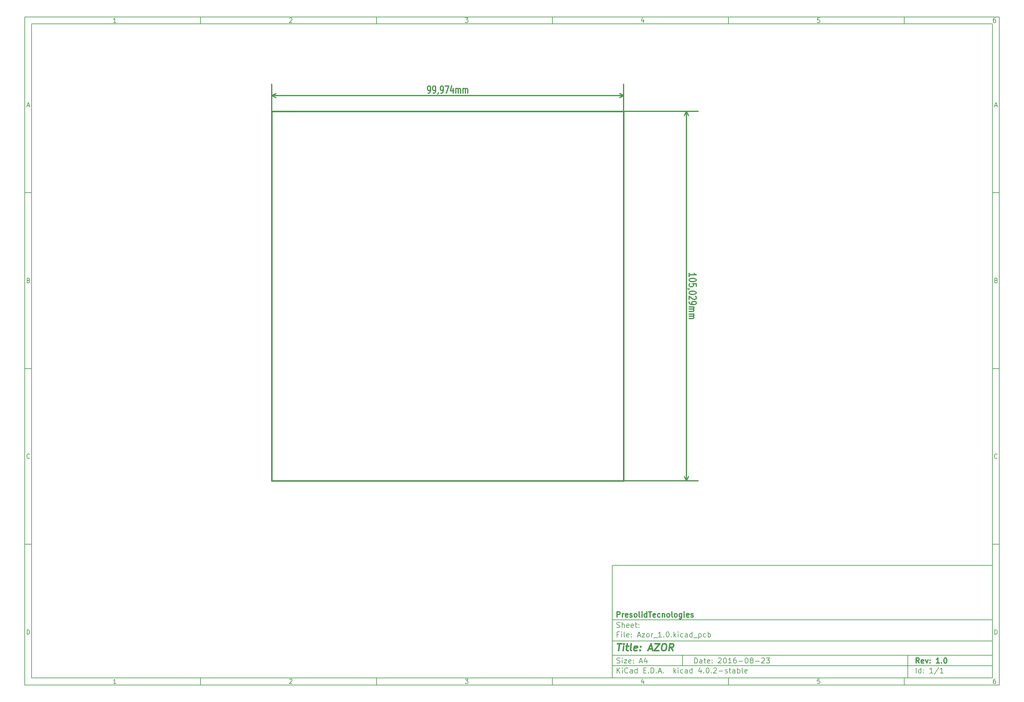
<source format=gbr>
G04 #@! TF.FileFunction,Profile,NP*
%FSLAX46Y46*%
G04 Gerber Fmt 4.6, Leading zero omitted, Abs format (unit mm)*
G04 Created by KiCad (PCBNEW 4.0.2-stable) date 05/09/2016 12:27:47*
%MOMM*%
G01*
G04 APERTURE LIST*
%ADD10C,0.150000*%
%ADD11C,0.300000*%
%ADD12C,0.400000*%
%ADD13C,0.304800*%
%ADD14C,0.381000*%
G04 APERTURE END LIST*
D10*
X177002200Y-166007200D02*
X177002200Y-198007200D01*
X285002200Y-198007200D01*
X285002200Y-166007200D01*
X177002200Y-166007200D01*
X10000000Y-10000000D02*
X10000000Y-200007200D01*
X287002200Y-200007200D01*
X287002200Y-10000000D01*
X10000000Y-10000000D01*
X12000000Y-12000000D02*
X12000000Y-198007200D01*
X285002200Y-198007200D01*
X285002200Y-12000000D01*
X12000000Y-12000000D01*
X60000000Y-12000000D02*
X60000000Y-10000000D01*
X110000000Y-12000000D02*
X110000000Y-10000000D01*
X160000000Y-12000000D02*
X160000000Y-10000000D01*
X210000000Y-12000000D02*
X210000000Y-10000000D01*
X260000000Y-12000000D02*
X260000000Y-10000000D01*
X35990476Y-11588095D02*
X35247619Y-11588095D01*
X35619048Y-11588095D02*
X35619048Y-10288095D01*
X35495238Y-10473810D01*
X35371429Y-10597619D01*
X35247619Y-10659524D01*
X85247619Y-10411905D02*
X85309524Y-10350000D01*
X85433333Y-10288095D01*
X85742857Y-10288095D01*
X85866667Y-10350000D01*
X85928571Y-10411905D01*
X85990476Y-10535714D01*
X85990476Y-10659524D01*
X85928571Y-10845238D01*
X85185714Y-11588095D01*
X85990476Y-11588095D01*
X135185714Y-10288095D02*
X135990476Y-10288095D01*
X135557143Y-10783333D01*
X135742857Y-10783333D01*
X135866667Y-10845238D01*
X135928571Y-10907143D01*
X135990476Y-11030952D01*
X135990476Y-11340476D01*
X135928571Y-11464286D01*
X135866667Y-11526190D01*
X135742857Y-11588095D01*
X135371429Y-11588095D01*
X135247619Y-11526190D01*
X135185714Y-11464286D01*
X185866667Y-10721429D02*
X185866667Y-11588095D01*
X185557143Y-10226190D02*
X185247619Y-11154762D01*
X186052381Y-11154762D01*
X235928571Y-10288095D02*
X235309524Y-10288095D01*
X235247619Y-10907143D01*
X235309524Y-10845238D01*
X235433333Y-10783333D01*
X235742857Y-10783333D01*
X235866667Y-10845238D01*
X235928571Y-10907143D01*
X235990476Y-11030952D01*
X235990476Y-11340476D01*
X235928571Y-11464286D01*
X235866667Y-11526190D01*
X235742857Y-11588095D01*
X235433333Y-11588095D01*
X235309524Y-11526190D01*
X235247619Y-11464286D01*
X285866667Y-10288095D02*
X285619048Y-10288095D01*
X285495238Y-10350000D01*
X285433333Y-10411905D01*
X285309524Y-10597619D01*
X285247619Y-10845238D01*
X285247619Y-11340476D01*
X285309524Y-11464286D01*
X285371429Y-11526190D01*
X285495238Y-11588095D01*
X285742857Y-11588095D01*
X285866667Y-11526190D01*
X285928571Y-11464286D01*
X285990476Y-11340476D01*
X285990476Y-11030952D01*
X285928571Y-10907143D01*
X285866667Y-10845238D01*
X285742857Y-10783333D01*
X285495238Y-10783333D01*
X285371429Y-10845238D01*
X285309524Y-10907143D01*
X285247619Y-11030952D01*
X60000000Y-198007200D02*
X60000000Y-200007200D01*
X110000000Y-198007200D02*
X110000000Y-200007200D01*
X160000000Y-198007200D02*
X160000000Y-200007200D01*
X210000000Y-198007200D02*
X210000000Y-200007200D01*
X260000000Y-198007200D02*
X260000000Y-200007200D01*
X35990476Y-199595295D02*
X35247619Y-199595295D01*
X35619048Y-199595295D02*
X35619048Y-198295295D01*
X35495238Y-198481010D01*
X35371429Y-198604819D01*
X35247619Y-198666724D01*
X85247619Y-198419105D02*
X85309524Y-198357200D01*
X85433333Y-198295295D01*
X85742857Y-198295295D01*
X85866667Y-198357200D01*
X85928571Y-198419105D01*
X85990476Y-198542914D01*
X85990476Y-198666724D01*
X85928571Y-198852438D01*
X85185714Y-199595295D01*
X85990476Y-199595295D01*
X135185714Y-198295295D02*
X135990476Y-198295295D01*
X135557143Y-198790533D01*
X135742857Y-198790533D01*
X135866667Y-198852438D01*
X135928571Y-198914343D01*
X135990476Y-199038152D01*
X135990476Y-199347676D01*
X135928571Y-199471486D01*
X135866667Y-199533390D01*
X135742857Y-199595295D01*
X135371429Y-199595295D01*
X135247619Y-199533390D01*
X135185714Y-199471486D01*
X185866667Y-198728629D02*
X185866667Y-199595295D01*
X185557143Y-198233390D02*
X185247619Y-199161962D01*
X186052381Y-199161962D01*
X235928571Y-198295295D02*
X235309524Y-198295295D01*
X235247619Y-198914343D01*
X235309524Y-198852438D01*
X235433333Y-198790533D01*
X235742857Y-198790533D01*
X235866667Y-198852438D01*
X235928571Y-198914343D01*
X235990476Y-199038152D01*
X235990476Y-199347676D01*
X235928571Y-199471486D01*
X235866667Y-199533390D01*
X235742857Y-199595295D01*
X235433333Y-199595295D01*
X235309524Y-199533390D01*
X235247619Y-199471486D01*
X285866667Y-198295295D02*
X285619048Y-198295295D01*
X285495238Y-198357200D01*
X285433333Y-198419105D01*
X285309524Y-198604819D01*
X285247619Y-198852438D01*
X285247619Y-199347676D01*
X285309524Y-199471486D01*
X285371429Y-199533390D01*
X285495238Y-199595295D01*
X285742857Y-199595295D01*
X285866667Y-199533390D01*
X285928571Y-199471486D01*
X285990476Y-199347676D01*
X285990476Y-199038152D01*
X285928571Y-198914343D01*
X285866667Y-198852438D01*
X285742857Y-198790533D01*
X285495238Y-198790533D01*
X285371429Y-198852438D01*
X285309524Y-198914343D01*
X285247619Y-199038152D01*
X10000000Y-60000000D02*
X12000000Y-60000000D01*
X10000000Y-110000000D02*
X12000000Y-110000000D01*
X10000000Y-160000000D02*
X12000000Y-160000000D01*
X10690476Y-35216667D02*
X11309524Y-35216667D01*
X10566667Y-35588095D02*
X11000000Y-34288095D01*
X11433333Y-35588095D01*
X11092857Y-84907143D02*
X11278571Y-84969048D01*
X11340476Y-85030952D01*
X11402381Y-85154762D01*
X11402381Y-85340476D01*
X11340476Y-85464286D01*
X11278571Y-85526190D01*
X11154762Y-85588095D01*
X10659524Y-85588095D01*
X10659524Y-84288095D01*
X11092857Y-84288095D01*
X11216667Y-84350000D01*
X11278571Y-84411905D01*
X11340476Y-84535714D01*
X11340476Y-84659524D01*
X11278571Y-84783333D01*
X11216667Y-84845238D01*
X11092857Y-84907143D01*
X10659524Y-84907143D01*
X11402381Y-135464286D02*
X11340476Y-135526190D01*
X11154762Y-135588095D01*
X11030952Y-135588095D01*
X10845238Y-135526190D01*
X10721429Y-135402381D01*
X10659524Y-135278571D01*
X10597619Y-135030952D01*
X10597619Y-134845238D01*
X10659524Y-134597619D01*
X10721429Y-134473810D01*
X10845238Y-134350000D01*
X11030952Y-134288095D01*
X11154762Y-134288095D01*
X11340476Y-134350000D01*
X11402381Y-134411905D01*
X10659524Y-185588095D02*
X10659524Y-184288095D01*
X10969048Y-184288095D01*
X11154762Y-184350000D01*
X11278571Y-184473810D01*
X11340476Y-184597619D01*
X11402381Y-184845238D01*
X11402381Y-185030952D01*
X11340476Y-185278571D01*
X11278571Y-185402381D01*
X11154762Y-185526190D01*
X10969048Y-185588095D01*
X10659524Y-185588095D01*
X287002200Y-60000000D02*
X285002200Y-60000000D01*
X287002200Y-110000000D02*
X285002200Y-110000000D01*
X287002200Y-160000000D02*
X285002200Y-160000000D01*
X285692676Y-35216667D02*
X286311724Y-35216667D01*
X285568867Y-35588095D02*
X286002200Y-34288095D01*
X286435533Y-35588095D01*
X286095057Y-84907143D02*
X286280771Y-84969048D01*
X286342676Y-85030952D01*
X286404581Y-85154762D01*
X286404581Y-85340476D01*
X286342676Y-85464286D01*
X286280771Y-85526190D01*
X286156962Y-85588095D01*
X285661724Y-85588095D01*
X285661724Y-84288095D01*
X286095057Y-84288095D01*
X286218867Y-84350000D01*
X286280771Y-84411905D01*
X286342676Y-84535714D01*
X286342676Y-84659524D01*
X286280771Y-84783333D01*
X286218867Y-84845238D01*
X286095057Y-84907143D01*
X285661724Y-84907143D01*
X286404581Y-135464286D02*
X286342676Y-135526190D01*
X286156962Y-135588095D01*
X286033152Y-135588095D01*
X285847438Y-135526190D01*
X285723629Y-135402381D01*
X285661724Y-135278571D01*
X285599819Y-135030952D01*
X285599819Y-134845238D01*
X285661724Y-134597619D01*
X285723629Y-134473810D01*
X285847438Y-134350000D01*
X286033152Y-134288095D01*
X286156962Y-134288095D01*
X286342676Y-134350000D01*
X286404581Y-134411905D01*
X285661724Y-185588095D02*
X285661724Y-184288095D01*
X285971248Y-184288095D01*
X286156962Y-184350000D01*
X286280771Y-184473810D01*
X286342676Y-184597619D01*
X286404581Y-184845238D01*
X286404581Y-185030952D01*
X286342676Y-185278571D01*
X286280771Y-185402381D01*
X286156962Y-185526190D01*
X285971248Y-185588095D01*
X285661724Y-185588095D01*
X200359343Y-193785771D02*
X200359343Y-192285771D01*
X200716486Y-192285771D01*
X200930771Y-192357200D01*
X201073629Y-192500057D01*
X201145057Y-192642914D01*
X201216486Y-192928629D01*
X201216486Y-193142914D01*
X201145057Y-193428629D01*
X201073629Y-193571486D01*
X200930771Y-193714343D01*
X200716486Y-193785771D01*
X200359343Y-193785771D01*
X202502200Y-193785771D02*
X202502200Y-193000057D01*
X202430771Y-192857200D01*
X202287914Y-192785771D01*
X202002200Y-192785771D01*
X201859343Y-192857200D01*
X202502200Y-193714343D02*
X202359343Y-193785771D01*
X202002200Y-193785771D01*
X201859343Y-193714343D01*
X201787914Y-193571486D01*
X201787914Y-193428629D01*
X201859343Y-193285771D01*
X202002200Y-193214343D01*
X202359343Y-193214343D01*
X202502200Y-193142914D01*
X203002200Y-192785771D02*
X203573629Y-192785771D01*
X203216486Y-192285771D02*
X203216486Y-193571486D01*
X203287914Y-193714343D01*
X203430772Y-193785771D01*
X203573629Y-193785771D01*
X204645057Y-193714343D02*
X204502200Y-193785771D01*
X204216486Y-193785771D01*
X204073629Y-193714343D01*
X204002200Y-193571486D01*
X204002200Y-193000057D01*
X204073629Y-192857200D01*
X204216486Y-192785771D01*
X204502200Y-192785771D01*
X204645057Y-192857200D01*
X204716486Y-193000057D01*
X204716486Y-193142914D01*
X204002200Y-193285771D01*
X205359343Y-193642914D02*
X205430771Y-193714343D01*
X205359343Y-193785771D01*
X205287914Y-193714343D01*
X205359343Y-193642914D01*
X205359343Y-193785771D01*
X205359343Y-192857200D02*
X205430771Y-192928629D01*
X205359343Y-193000057D01*
X205287914Y-192928629D01*
X205359343Y-192857200D01*
X205359343Y-193000057D01*
X207145057Y-192428629D02*
X207216486Y-192357200D01*
X207359343Y-192285771D01*
X207716486Y-192285771D01*
X207859343Y-192357200D01*
X207930772Y-192428629D01*
X208002200Y-192571486D01*
X208002200Y-192714343D01*
X207930772Y-192928629D01*
X207073629Y-193785771D01*
X208002200Y-193785771D01*
X208930771Y-192285771D02*
X209073628Y-192285771D01*
X209216485Y-192357200D01*
X209287914Y-192428629D01*
X209359343Y-192571486D01*
X209430771Y-192857200D01*
X209430771Y-193214343D01*
X209359343Y-193500057D01*
X209287914Y-193642914D01*
X209216485Y-193714343D01*
X209073628Y-193785771D01*
X208930771Y-193785771D01*
X208787914Y-193714343D01*
X208716485Y-193642914D01*
X208645057Y-193500057D01*
X208573628Y-193214343D01*
X208573628Y-192857200D01*
X208645057Y-192571486D01*
X208716485Y-192428629D01*
X208787914Y-192357200D01*
X208930771Y-192285771D01*
X210859342Y-193785771D02*
X210002199Y-193785771D01*
X210430771Y-193785771D02*
X210430771Y-192285771D01*
X210287914Y-192500057D01*
X210145056Y-192642914D01*
X210002199Y-192714343D01*
X212145056Y-192285771D02*
X211859342Y-192285771D01*
X211716485Y-192357200D01*
X211645056Y-192428629D01*
X211502199Y-192642914D01*
X211430770Y-192928629D01*
X211430770Y-193500057D01*
X211502199Y-193642914D01*
X211573627Y-193714343D01*
X211716485Y-193785771D01*
X212002199Y-193785771D01*
X212145056Y-193714343D01*
X212216485Y-193642914D01*
X212287913Y-193500057D01*
X212287913Y-193142914D01*
X212216485Y-193000057D01*
X212145056Y-192928629D01*
X212002199Y-192857200D01*
X211716485Y-192857200D01*
X211573627Y-192928629D01*
X211502199Y-193000057D01*
X211430770Y-193142914D01*
X212930770Y-193214343D02*
X214073627Y-193214343D01*
X215073627Y-192285771D02*
X215216484Y-192285771D01*
X215359341Y-192357200D01*
X215430770Y-192428629D01*
X215502199Y-192571486D01*
X215573627Y-192857200D01*
X215573627Y-193214343D01*
X215502199Y-193500057D01*
X215430770Y-193642914D01*
X215359341Y-193714343D01*
X215216484Y-193785771D01*
X215073627Y-193785771D01*
X214930770Y-193714343D01*
X214859341Y-193642914D01*
X214787913Y-193500057D01*
X214716484Y-193214343D01*
X214716484Y-192857200D01*
X214787913Y-192571486D01*
X214859341Y-192428629D01*
X214930770Y-192357200D01*
X215073627Y-192285771D01*
X216430770Y-192928629D02*
X216287912Y-192857200D01*
X216216484Y-192785771D01*
X216145055Y-192642914D01*
X216145055Y-192571486D01*
X216216484Y-192428629D01*
X216287912Y-192357200D01*
X216430770Y-192285771D01*
X216716484Y-192285771D01*
X216859341Y-192357200D01*
X216930770Y-192428629D01*
X217002198Y-192571486D01*
X217002198Y-192642914D01*
X216930770Y-192785771D01*
X216859341Y-192857200D01*
X216716484Y-192928629D01*
X216430770Y-192928629D01*
X216287912Y-193000057D01*
X216216484Y-193071486D01*
X216145055Y-193214343D01*
X216145055Y-193500057D01*
X216216484Y-193642914D01*
X216287912Y-193714343D01*
X216430770Y-193785771D01*
X216716484Y-193785771D01*
X216859341Y-193714343D01*
X216930770Y-193642914D01*
X217002198Y-193500057D01*
X217002198Y-193214343D01*
X216930770Y-193071486D01*
X216859341Y-193000057D01*
X216716484Y-192928629D01*
X217645055Y-193214343D02*
X218787912Y-193214343D01*
X219430769Y-192428629D02*
X219502198Y-192357200D01*
X219645055Y-192285771D01*
X220002198Y-192285771D01*
X220145055Y-192357200D01*
X220216484Y-192428629D01*
X220287912Y-192571486D01*
X220287912Y-192714343D01*
X220216484Y-192928629D01*
X219359341Y-193785771D01*
X220287912Y-193785771D01*
X220787912Y-192285771D02*
X221716483Y-192285771D01*
X221216483Y-192857200D01*
X221430769Y-192857200D01*
X221573626Y-192928629D01*
X221645055Y-193000057D01*
X221716483Y-193142914D01*
X221716483Y-193500057D01*
X221645055Y-193642914D01*
X221573626Y-193714343D01*
X221430769Y-193785771D01*
X221002197Y-193785771D01*
X220859340Y-193714343D01*
X220787912Y-193642914D01*
X177002200Y-194507200D02*
X285002200Y-194507200D01*
X178359343Y-196585771D02*
X178359343Y-195085771D01*
X179216486Y-196585771D02*
X178573629Y-195728629D01*
X179216486Y-195085771D02*
X178359343Y-195942914D01*
X179859343Y-196585771D02*
X179859343Y-195585771D01*
X179859343Y-195085771D02*
X179787914Y-195157200D01*
X179859343Y-195228629D01*
X179930771Y-195157200D01*
X179859343Y-195085771D01*
X179859343Y-195228629D01*
X181430772Y-196442914D02*
X181359343Y-196514343D01*
X181145057Y-196585771D01*
X181002200Y-196585771D01*
X180787915Y-196514343D01*
X180645057Y-196371486D01*
X180573629Y-196228629D01*
X180502200Y-195942914D01*
X180502200Y-195728629D01*
X180573629Y-195442914D01*
X180645057Y-195300057D01*
X180787915Y-195157200D01*
X181002200Y-195085771D01*
X181145057Y-195085771D01*
X181359343Y-195157200D01*
X181430772Y-195228629D01*
X182716486Y-196585771D02*
X182716486Y-195800057D01*
X182645057Y-195657200D01*
X182502200Y-195585771D01*
X182216486Y-195585771D01*
X182073629Y-195657200D01*
X182716486Y-196514343D02*
X182573629Y-196585771D01*
X182216486Y-196585771D01*
X182073629Y-196514343D01*
X182002200Y-196371486D01*
X182002200Y-196228629D01*
X182073629Y-196085771D01*
X182216486Y-196014343D01*
X182573629Y-196014343D01*
X182716486Y-195942914D01*
X184073629Y-196585771D02*
X184073629Y-195085771D01*
X184073629Y-196514343D02*
X183930772Y-196585771D01*
X183645058Y-196585771D01*
X183502200Y-196514343D01*
X183430772Y-196442914D01*
X183359343Y-196300057D01*
X183359343Y-195871486D01*
X183430772Y-195728629D01*
X183502200Y-195657200D01*
X183645058Y-195585771D01*
X183930772Y-195585771D01*
X184073629Y-195657200D01*
X185930772Y-195800057D02*
X186430772Y-195800057D01*
X186645058Y-196585771D02*
X185930772Y-196585771D01*
X185930772Y-195085771D01*
X186645058Y-195085771D01*
X187287915Y-196442914D02*
X187359343Y-196514343D01*
X187287915Y-196585771D01*
X187216486Y-196514343D01*
X187287915Y-196442914D01*
X187287915Y-196585771D01*
X188002201Y-196585771D02*
X188002201Y-195085771D01*
X188359344Y-195085771D01*
X188573629Y-195157200D01*
X188716487Y-195300057D01*
X188787915Y-195442914D01*
X188859344Y-195728629D01*
X188859344Y-195942914D01*
X188787915Y-196228629D01*
X188716487Y-196371486D01*
X188573629Y-196514343D01*
X188359344Y-196585771D01*
X188002201Y-196585771D01*
X189502201Y-196442914D02*
X189573629Y-196514343D01*
X189502201Y-196585771D01*
X189430772Y-196514343D01*
X189502201Y-196442914D01*
X189502201Y-196585771D01*
X190145058Y-196157200D02*
X190859344Y-196157200D01*
X190002201Y-196585771D02*
X190502201Y-195085771D01*
X191002201Y-196585771D01*
X191502201Y-196442914D02*
X191573629Y-196514343D01*
X191502201Y-196585771D01*
X191430772Y-196514343D01*
X191502201Y-196442914D01*
X191502201Y-196585771D01*
X194502201Y-196585771D02*
X194502201Y-195085771D01*
X194645058Y-196014343D02*
X195073629Y-196585771D01*
X195073629Y-195585771D02*
X194502201Y-196157200D01*
X195716487Y-196585771D02*
X195716487Y-195585771D01*
X195716487Y-195085771D02*
X195645058Y-195157200D01*
X195716487Y-195228629D01*
X195787915Y-195157200D01*
X195716487Y-195085771D01*
X195716487Y-195228629D01*
X197073630Y-196514343D02*
X196930773Y-196585771D01*
X196645059Y-196585771D01*
X196502201Y-196514343D01*
X196430773Y-196442914D01*
X196359344Y-196300057D01*
X196359344Y-195871486D01*
X196430773Y-195728629D01*
X196502201Y-195657200D01*
X196645059Y-195585771D01*
X196930773Y-195585771D01*
X197073630Y-195657200D01*
X198359344Y-196585771D02*
X198359344Y-195800057D01*
X198287915Y-195657200D01*
X198145058Y-195585771D01*
X197859344Y-195585771D01*
X197716487Y-195657200D01*
X198359344Y-196514343D02*
X198216487Y-196585771D01*
X197859344Y-196585771D01*
X197716487Y-196514343D01*
X197645058Y-196371486D01*
X197645058Y-196228629D01*
X197716487Y-196085771D01*
X197859344Y-196014343D01*
X198216487Y-196014343D01*
X198359344Y-195942914D01*
X199716487Y-196585771D02*
X199716487Y-195085771D01*
X199716487Y-196514343D02*
X199573630Y-196585771D01*
X199287916Y-196585771D01*
X199145058Y-196514343D01*
X199073630Y-196442914D01*
X199002201Y-196300057D01*
X199002201Y-195871486D01*
X199073630Y-195728629D01*
X199145058Y-195657200D01*
X199287916Y-195585771D01*
X199573630Y-195585771D01*
X199716487Y-195657200D01*
X202216487Y-195585771D02*
X202216487Y-196585771D01*
X201859344Y-195014343D02*
X201502201Y-196085771D01*
X202430773Y-196085771D01*
X203002201Y-196442914D02*
X203073629Y-196514343D01*
X203002201Y-196585771D01*
X202930772Y-196514343D01*
X203002201Y-196442914D01*
X203002201Y-196585771D01*
X204002201Y-195085771D02*
X204145058Y-195085771D01*
X204287915Y-195157200D01*
X204359344Y-195228629D01*
X204430773Y-195371486D01*
X204502201Y-195657200D01*
X204502201Y-196014343D01*
X204430773Y-196300057D01*
X204359344Y-196442914D01*
X204287915Y-196514343D01*
X204145058Y-196585771D01*
X204002201Y-196585771D01*
X203859344Y-196514343D01*
X203787915Y-196442914D01*
X203716487Y-196300057D01*
X203645058Y-196014343D01*
X203645058Y-195657200D01*
X203716487Y-195371486D01*
X203787915Y-195228629D01*
X203859344Y-195157200D01*
X204002201Y-195085771D01*
X205145058Y-196442914D02*
X205216486Y-196514343D01*
X205145058Y-196585771D01*
X205073629Y-196514343D01*
X205145058Y-196442914D01*
X205145058Y-196585771D01*
X205787915Y-195228629D02*
X205859344Y-195157200D01*
X206002201Y-195085771D01*
X206359344Y-195085771D01*
X206502201Y-195157200D01*
X206573630Y-195228629D01*
X206645058Y-195371486D01*
X206645058Y-195514343D01*
X206573630Y-195728629D01*
X205716487Y-196585771D01*
X206645058Y-196585771D01*
X207287915Y-196014343D02*
X208430772Y-196014343D01*
X209073629Y-196514343D02*
X209216486Y-196585771D01*
X209502201Y-196585771D01*
X209645058Y-196514343D01*
X209716486Y-196371486D01*
X209716486Y-196300057D01*
X209645058Y-196157200D01*
X209502201Y-196085771D01*
X209287915Y-196085771D01*
X209145058Y-196014343D01*
X209073629Y-195871486D01*
X209073629Y-195800057D01*
X209145058Y-195657200D01*
X209287915Y-195585771D01*
X209502201Y-195585771D01*
X209645058Y-195657200D01*
X210145058Y-195585771D02*
X210716487Y-195585771D01*
X210359344Y-195085771D02*
X210359344Y-196371486D01*
X210430772Y-196514343D01*
X210573630Y-196585771D01*
X210716487Y-196585771D01*
X211859344Y-196585771D02*
X211859344Y-195800057D01*
X211787915Y-195657200D01*
X211645058Y-195585771D01*
X211359344Y-195585771D01*
X211216487Y-195657200D01*
X211859344Y-196514343D02*
X211716487Y-196585771D01*
X211359344Y-196585771D01*
X211216487Y-196514343D01*
X211145058Y-196371486D01*
X211145058Y-196228629D01*
X211216487Y-196085771D01*
X211359344Y-196014343D01*
X211716487Y-196014343D01*
X211859344Y-195942914D01*
X212573630Y-196585771D02*
X212573630Y-195085771D01*
X212573630Y-195657200D02*
X212716487Y-195585771D01*
X213002201Y-195585771D01*
X213145058Y-195657200D01*
X213216487Y-195728629D01*
X213287916Y-195871486D01*
X213287916Y-196300057D01*
X213216487Y-196442914D01*
X213145058Y-196514343D01*
X213002201Y-196585771D01*
X212716487Y-196585771D01*
X212573630Y-196514343D01*
X214145059Y-196585771D02*
X214002201Y-196514343D01*
X213930773Y-196371486D01*
X213930773Y-195085771D01*
X215287915Y-196514343D02*
X215145058Y-196585771D01*
X214859344Y-196585771D01*
X214716487Y-196514343D01*
X214645058Y-196371486D01*
X214645058Y-195800057D01*
X214716487Y-195657200D01*
X214859344Y-195585771D01*
X215145058Y-195585771D01*
X215287915Y-195657200D01*
X215359344Y-195800057D01*
X215359344Y-195942914D01*
X214645058Y-196085771D01*
X177002200Y-191507200D02*
X285002200Y-191507200D01*
D11*
X264216486Y-193785771D02*
X263716486Y-193071486D01*
X263359343Y-193785771D02*
X263359343Y-192285771D01*
X263930771Y-192285771D01*
X264073629Y-192357200D01*
X264145057Y-192428629D01*
X264216486Y-192571486D01*
X264216486Y-192785771D01*
X264145057Y-192928629D01*
X264073629Y-193000057D01*
X263930771Y-193071486D01*
X263359343Y-193071486D01*
X265430771Y-193714343D02*
X265287914Y-193785771D01*
X265002200Y-193785771D01*
X264859343Y-193714343D01*
X264787914Y-193571486D01*
X264787914Y-193000057D01*
X264859343Y-192857200D01*
X265002200Y-192785771D01*
X265287914Y-192785771D01*
X265430771Y-192857200D01*
X265502200Y-193000057D01*
X265502200Y-193142914D01*
X264787914Y-193285771D01*
X266002200Y-192785771D02*
X266359343Y-193785771D01*
X266716485Y-192785771D01*
X267287914Y-193642914D02*
X267359342Y-193714343D01*
X267287914Y-193785771D01*
X267216485Y-193714343D01*
X267287914Y-193642914D01*
X267287914Y-193785771D01*
X267287914Y-192857200D02*
X267359342Y-192928629D01*
X267287914Y-193000057D01*
X267216485Y-192928629D01*
X267287914Y-192857200D01*
X267287914Y-193000057D01*
X269930771Y-193785771D02*
X269073628Y-193785771D01*
X269502200Y-193785771D02*
X269502200Y-192285771D01*
X269359343Y-192500057D01*
X269216485Y-192642914D01*
X269073628Y-192714343D01*
X270573628Y-193642914D02*
X270645056Y-193714343D01*
X270573628Y-193785771D01*
X270502199Y-193714343D01*
X270573628Y-193642914D01*
X270573628Y-193785771D01*
X271573628Y-192285771D02*
X271716485Y-192285771D01*
X271859342Y-192357200D01*
X271930771Y-192428629D01*
X272002200Y-192571486D01*
X272073628Y-192857200D01*
X272073628Y-193214343D01*
X272002200Y-193500057D01*
X271930771Y-193642914D01*
X271859342Y-193714343D01*
X271716485Y-193785771D01*
X271573628Y-193785771D01*
X271430771Y-193714343D01*
X271359342Y-193642914D01*
X271287914Y-193500057D01*
X271216485Y-193214343D01*
X271216485Y-192857200D01*
X271287914Y-192571486D01*
X271359342Y-192428629D01*
X271430771Y-192357200D01*
X271573628Y-192285771D01*
D10*
X178287914Y-193714343D02*
X178502200Y-193785771D01*
X178859343Y-193785771D01*
X179002200Y-193714343D01*
X179073629Y-193642914D01*
X179145057Y-193500057D01*
X179145057Y-193357200D01*
X179073629Y-193214343D01*
X179002200Y-193142914D01*
X178859343Y-193071486D01*
X178573629Y-193000057D01*
X178430771Y-192928629D01*
X178359343Y-192857200D01*
X178287914Y-192714343D01*
X178287914Y-192571486D01*
X178359343Y-192428629D01*
X178430771Y-192357200D01*
X178573629Y-192285771D01*
X178930771Y-192285771D01*
X179145057Y-192357200D01*
X179787914Y-193785771D02*
X179787914Y-192785771D01*
X179787914Y-192285771D02*
X179716485Y-192357200D01*
X179787914Y-192428629D01*
X179859342Y-192357200D01*
X179787914Y-192285771D01*
X179787914Y-192428629D01*
X180359343Y-192785771D02*
X181145057Y-192785771D01*
X180359343Y-193785771D01*
X181145057Y-193785771D01*
X182287914Y-193714343D02*
X182145057Y-193785771D01*
X181859343Y-193785771D01*
X181716486Y-193714343D01*
X181645057Y-193571486D01*
X181645057Y-193000057D01*
X181716486Y-192857200D01*
X181859343Y-192785771D01*
X182145057Y-192785771D01*
X182287914Y-192857200D01*
X182359343Y-193000057D01*
X182359343Y-193142914D01*
X181645057Y-193285771D01*
X183002200Y-193642914D02*
X183073628Y-193714343D01*
X183002200Y-193785771D01*
X182930771Y-193714343D01*
X183002200Y-193642914D01*
X183002200Y-193785771D01*
X183002200Y-192857200D02*
X183073628Y-192928629D01*
X183002200Y-193000057D01*
X182930771Y-192928629D01*
X183002200Y-192857200D01*
X183002200Y-193000057D01*
X184787914Y-193357200D02*
X185502200Y-193357200D01*
X184645057Y-193785771D02*
X185145057Y-192285771D01*
X185645057Y-193785771D01*
X186787914Y-192785771D02*
X186787914Y-193785771D01*
X186430771Y-192214343D02*
X186073628Y-193285771D01*
X187002200Y-193285771D01*
X263359343Y-196585771D02*
X263359343Y-195085771D01*
X264716486Y-196585771D02*
X264716486Y-195085771D01*
X264716486Y-196514343D02*
X264573629Y-196585771D01*
X264287915Y-196585771D01*
X264145057Y-196514343D01*
X264073629Y-196442914D01*
X264002200Y-196300057D01*
X264002200Y-195871486D01*
X264073629Y-195728629D01*
X264145057Y-195657200D01*
X264287915Y-195585771D01*
X264573629Y-195585771D01*
X264716486Y-195657200D01*
X265430772Y-196442914D02*
X265502200Y-196514343D01*
X265430772Y-196585771D01*
X265359343Y-196514343D01*
X265430772Y-196442914D01*
X265430772Y-196585771D01*
X265430772Y-195657200D02*
X265502200Y-195728629D01*
X265430772Y-195800057D01*
X265359343Y-195728629D01*
X265430772Y-195657200D01*
X265430772Y-195800057D01*
X268073629Y-196585771D02*
X267216486Y-196585771D01*
X267645058Y-196585771D02*
X267645058Y-195085771D01*
X267502201Y-195300057D01*
X267359343Y-195442914D01*
X267216486Y-195514343D01*
X269787914Y-195014343D02*
X268502200Y-196942914D01*
X271073629Y-196585771D02*
X270216486Y-196585771D01*
X270645058Y-196585771D02*
X270645058Y-195085771D01*
X270502201Y-195300057D01*
X270359343Y-195442914D01*
X270216486Y-195514343D01*
X177002200Y-187507200D02*
X285002200Y-187507200D01*
D12*
X178454581Y-188211962D02*
X179597438Y-188211962D01*
X178776010Y-190211962D02*
X179026010Y-188211962D01*
X180014105Y-190211962D02*
X180180771Y-188878629D01*
X180264105Y-188211962D02*
X180156962Y-188307200D01*
X180240295Y-188402438D01*
X180347439Y-188307200D01*
X180264105Y-188211962D01*
X180240295Y-188402438D01*
X180847438Y-188878629D02*
X181609343Y-188878629D01*
X181216486Y-188211962D02*
X181002200Y-189926248D01*
X181073630Y-190116724D01*
X181252201Y-190211962D01*
X181442677Y-190211962D01*
X182395058Y-190211962D02*
X182216487Y-190116724D01*
X182145057Y-189926248D01*
X182359343Y-188211962D01*
X183930772Y-190116724D02*
X183728391Y-190211962D01*
X183347439Y-190211962D01*
X183168867Y-190116724D01*
X183097438Y-189926248D01*
X183192676Y-189164343D01*
X183311724Y-188973867D01*
X183514105Y-188878629D01*
X183895057Y-188878629D01*
X184073629Y-188973867D01*
X184145057Y-189164343D01*
X184121248Y-189354819D01*
X183145057Y-189545295D01*
X184895057Y-190021486D02*
X184978392Y-190116724D01*
X184871248Y-190211962D01*
X184787915Y-190116724D01*
X184895057Y-190021486D01*
X184871248Y-190211962D01*
X185026010Y-188973867D02*
X185109344Y-189069105D01*
X185002200Y-189164343D01*
X184918867Y-189069105D01*
X185026010Y-188973867D01*
X185002200Y-189164343D01*
X187323629Y-189640533D02*
X188276010Y-189640533D01*
X187061725Y-190211962D02*
X187978392Y-188211962D01*
X188395059Y-190211962D01*
X189121249Y-188211962D02*
X190454583Y-188211962D01*
X188871249Y-190211962D01*
X190204583Y-190211962D01*
X191597440Y-188211962D02*
X191978392Y-188211962D01*
X192156963Y-188307200D01*
X192323631Y-188497676D01*
X192371249Y-188878629D01*
X192287916Y-189545295D01*
X192145059Y-189926248D01*
X191930773Y-190116724D01*
X191728392Y-190211962D01*
X191347440Y-190211962D01*
X191168869Y-190116724D01*
X191002201Y-189926248D01*
X190954582Y-189545295D01*
X191037915Y-188878629D01*
X191180773Y-188497676D01*
X191395059Y-188307200D01*
X191597440Y-188211962D01*
X194204583Y-190211962D02*
X193656963Y-189259581D01*
X193061725Y-190211962D02*
X193311725Y-188211962D01*
X194073630Y-188211962D01*
X194252201Y-188307200D01*
X194335535Y-188402438D01*
X194406964Y-188592914D01*
X194371249Y-188878629D01*
X194252202Y-189069105D01*
X194145058Y-189164343D01*
X193942677Y-189259581D01*
X193180772Y-189259581D01*
D10*
X178859343Y-185600057D02*
X178359343Y-185600057D01*
X178359343Y-186385771D02*
X178359343Y-184885771D01*
X179073629Y-184885771D01*
X179645057Y-186385771D02*
X179645057Y-185385771D01*
X179645057Y-184885771D02*
X179573628Y-184957200D01*
X179645057Y-185028629D01*
X179716485Y-184957200D01*
X179645057Y-184885771D01*
X179645057Y-185028629D01*
X180573629Y-186385771D02*
X180430771Y-186314343D01*
X180359343Y-186171486D01*
X180359343Y-184885771D01*
X181716485Y-186314343D02*
X181573628Y-186385771D01*
X181287914Y-186385771D01*
X181145057Y-186314343D01*
X181073628Y-186171486D01*
X181073628Y-185600057D01*
X181145057Y-185457200D01*
X181287914Y-185385771D01*
X181573628Y-185385771D01*
X181716485Y-185457200D01*
X181787914Y-185600057D01*
X181787914Y-185742914D01*
X181073628Y-185885771D01*
X182430771Y-186242914D02*
X182502199Y-186314343D01*
X182430771Y-186385771D01*
X182359342Y-186314343D01*
X182430771Y-186242914D01*
X182430771Y-186385771D01*
X182430771Y-185457200D02*
X182502199Y-185528629D01*
X182430771Y-185600057D01*
X182359342Y-185528629D01*
X182430771Y-185457200D01*
X182430771Y-185600057D01*
X184216485Y-185957200D02*
X184930771Y-185957200D01*
X184073628Y-186385771D02*
X184573628Y-184885771D01*
X185073628Y-186385771D01*
X185430771Y-185385771D02*
X186216485Y-185385771D01*
X185430771Y-186385771D01*
X186216485Y-186385771D01*
X187002200Y-186385771D02*
X186859342Y-186314343D01*
X186787914Y-186242914D01*
X186716485Y-186100057D01*
X186716485Y-185671486D01*
X186787914Y-185528629D01*
X186859342Y-185457200D01*
X187002200Y-185385771D01*
X187216485Y-185385771D01*
X187359342Y-185457200D01*
X187430771Y-185528629D01*
X187502200Y-185671486D01*
X187502200Y-186100057D01*
X187430771Y-186242914D01*
X187359342Y-186314343D01*
X187216485Y-186385771D01*
X187002200Y-186385771D01*
X188145057Y-186385771D02*
X188145057Y-185385771D01*
X188145057Y-185671486D02*
X188216485Y-185528629D01*
X188287914Y-185457200D01*
X188430771Y-185385771D01*
X188573628Y-185385771D01*
X188716485Y-186528629D02*
X189859342Y-186528629D01*
X191002199Y-186385771D02*
X190145056Y-186385771D01*
X190573628Y-186385771D02*
X190573628Y-184885771D01*
X190430771Y-185100057D01*
X190287913Y-185242914D01*
X190145056Y-185314343D01*
X191645056Y-186242914D02*
X191716484Y-186314343D01*
X191645056Y-186385771D01*
X191573627Y-186314343D01*
X191645056Y-186242914D01*
X191645056Y-186385771D01*
X192645056Y-184885771D02*
X192787913Y-184885771D01*
X192930770Y-184957200D01*
X193002199Y-185028629D01*
X193073628Y-185171486D01*
X193145056Y-185457200D01*
X193145056Y-185814343D01*
X193073628Y-186100057D01*
X193002199Y-186242914D01*
X192930770Y-186314343D01*
X192787913Y-186385771D01*
X192645056Y-186385771D01*
X192502199Y-186314343D01*
X192430770Y-186242914D01*
X192359342Y-186100057D01*
X192287913Y-185814343D01*
X192287913Y-185457200D01*
X192359342Y-185171486D01*
X192430770Y-185028629D01*
X192502199Y-184957200D01*
X192645056Y-184885771D01*
X193787913Y-186242914D02*
X193859341Y-186314343D01*
X193787913Y-186385771D01*
X193716484Y-186314343D01*
X193787913Y-186242914D01*
X193787913Y-186385771D01*
X194502199Y-186385771D02*
X194502199Y-184885771D01*
X194645056Y-185814343D02*
X195073627Y-186385771D01*
X195073627Y-185385771D02*
X194502199Y-185957200D01*
X195716485Y-186385771D02*
X195716485Y-185385771D01*
X195716485Y-184885771D02*
X195645056Y-184957200D01*
X195716485Y-185028629D01*
X195787913Y-184957200D01*
X195716485Y-184885771D01*
X195716485Y-185028629D01*
X197073628Y-186314343D02*
X196930771Y-186385771D01*
X196645057Y-186385771D01*
X196502199Y-186314343D01*
X196430771Y-186242914D01*
X196359342Y-186100057D01*
X196359342Y-185671486D01*
X196430771Y-185528629D01*
X196502199Y-185457200D01*
X196645057Y-185385771D01*
X196930771Y-185385771D01*
X197073628Y-185457200D01*
X198359342Y-186385771D02*
X198359342Y-185600057D01*
X198287913Y-185457200D01*
X198145056Y-185385771D01*
X197859342Y-185385771D01*
X197716485Y-185457200D01*
X198359342Y-186314343D02*
X198216485Y-186385771D01*
X197859342Y-186385771D01*
X197716485Y-186314343D01*
X197645056Y-186171486D01*
X197645056Y-186028629D01*
X197716485Y-185885771D01*
X197859342Y-185814343D01*
X198216485Y-185814343D01*
X198359342Y-185742914D01*
X199716485Y-186385771D02*
X199716485Y-184885771D01*
X199716485Y-186314343D02*
X199573628Y-186385771D01*
X199287914Y-186385771D01*
X199145056Y-186314343D01*
X199073628Y-186242914D01*
X199002199Y-186100057D01*
X199002199Y-185671486D01*
X199073628Y-185528629D01*
X199145056Y-185457200D01*
X199287914Y-185385771D01*
X199573628Y-185385771D01*
X199716485Y-185457200D01*
X200073628Y-186528629D02*
X201216485Y-186528629D01*
X201573628Y-185385771D02*
X201573628Y-186885771D01*
X201573628Y-185457200D02*
X201716485Y-185385771D01*
X202002199Y-185385771D01*
X202145056Y-185457200D01*
X202216485Y-185528629D01*
X202287914Y-185671486D01*
X202287914Y-186100057D01*
X202216485Y-186242914D01*
X202145056Y-186314343D01*
X202002199Y-186385771D01*
X201716485Y-186385771D01*
X201573628Y-186314343D01*
X203573628Y-186314343D02*
X203430771Y-186385771D01*
X203145057Y-186385771D01*
X203002199Y-186314343D01*
X202930771Y-186242914D01*
X202859342Y-186100057D01*
X202859342Y-185671486D01*
X202930771Y-185528629D01*
X203002199Y-185457200D01*
X203145057Y-185385771D01*
X203430771Y-185385771D01*
X203573628Y-185457200D01*
X204216485Y-186385771D02*
X204216485Y-184885771D01*
X204216485Y-185457200D02*
X204359342Y-185385771D01*
X204645056Y-185385771D01*
X204787913Y-185457200D01*
X204859342Y-185528629D01*
X204930771Y-185671486D01*
X204930771Y-186100057D01*
X204859342Y-186242914D01*
X204787913Y-186314343D01*
X204645056Y-186385771D01*
X204359342Y-186385771D01*
X204216485Y-186314343D01*
X177002200Y-181507200D02*
X285002200Y-181507200D01*
X178287914Y-183614343D02*
X178502200Y-183685771D01*
X178859343Y-183685771D01*
X179002200Y-183614343D01*
X179073629Y-183542914D01*
X179145057Y-183400057D01*
X179145057Y-183257200D01*
X179073629Y-183114343D01*
X179002200Y-183042914D01*
X178859343Y-182971486D01*
X178573629Y-182900057D01*
X178430771Y-182828629D01*
X178359343Y-182757200D01*
X178287914Y-182614343D01*
X178287914Y-182471486D01*
X178359343Y-182328629D01*
X178430771Y-182257200D01*
X178573629Y-182185771D01*
X178930771Y-182185771D01*
X179145057Y-182257200D01*
X179787914Y-183685771D02*
X179787914Y-182185771D01*
X180430771Y-183685771D02*
X180430771Y-182900057D01*
X180359342Y-182757200D01*
X180216485Y-182685771D01*
X180002200Y-182685771D01*
X179859342Y-182757200D01*
X179787914Y-182828629D01*
X181716485Y-183614343D02*
X181573628Y-183685771D01*
X181287914Y-183685771D01*
X181145057Y-183614343D01*
X181073628Y-183471486D01*
X181073628Y-182900057D01*
X181145057Y-182757200D01*
X181287914Y-182685771D01*
X181573628Y-182685771D01*
X181716485Y-182757200D01*
X181787914Y-182900057D01*
X181787914Y-183042914D01*
X181073628Y-183185771D01*
X183002199Y-183614343D02*
X182859342Y-183685771D01*
X182573628Y-183685771D01*
X182430771Y-183614343D01*
X182359342Y-183471486D01*
X182359342Y-182900057D01*
X182430771Y-182757200D01*
X182573628Y-182685771D01*
X182859342Y-182685771D01*
X183002199Y-182757200D01*
X183073628Y-182900057D01*
X183073628Y-183042914D01*
X182359342Y-183185771D01*
X183502199Y-182685771D02*
X184073628Y-182685771D01*
X183716485Y-182185771D02*
X183716485Y-183471486D01*
X183787913Y-183614343D01*
X183930771Y-183685771D01*
X184073628Y-183685771D01*
X184573628Y-183542914D02*
X184645056Y-183614343D01*
X184573628Y-183685771D01*
X184502199Y-183614343D01*
X184573628Y-183542914D01*
X184573628Y-183685771D01*
X184573628Y-182757200D02*
X184645056Y-182828629D01*
X184573628Y-182900057D01*
X184502199Y-182828629D01*
X184573628Y-182757200D01*
X184573628Y-182900057D01*
D11*
X178359343Y-180685771D02*
X178359343Y-179185771D01*
X178930771Y-179185771D01*
X179073629Y-179257200D01*
X179145057Y-179328629D01*
X179216486Y-179471486D01*
X179216486Y-179685771D01*
X179145057Y-179828629D01*
X179073629Y-179900057D01*
X178930771Y-179971486D01*
X178359343Y-179971486D01*
X179859343Y-180685771D02*
X179859343Y-179685771D01*
X179859343Y-179971486D02*
X179930771Y-179828629D01*
X180002200Y-179757200D01*
X180145057Y-179685771D01*
X180287914Y-179685771D01*
X181359342Y-180614343D02*
X181216485Y-180685771D01*
X180930771Y-180685771D01*
X180787914Y-180614343D01*
X180716485Y-180471486D01*
X180716485Y-179900057D01*
X180787914Y-179757200D01*
X180930771Y-179685771D01*
X181216485Y-179685771D01*
X181359342Y-179757200D01*
X181430771Y-179900057D01*
X181430771Y-180042914D01*
X180716485Y-180185771D01*
X182002199Y-180614343D02*
X182145056Y-180685771D01*
X182430771Y-180685771D01*
X182573628Y-180614343D01*
X182645056Y-180471486D01*
X182645056Y-180400057D01*
X182573628Y-180257200D01*
X182430771Y-180185771D01*
X182216485Y-180185771D01*
X182073628Y-180114343D01*
X182002199Y-179971486D01*
X182002199Y-179900057D01*
X182073628Y-179757200D01*
X182216485Y-179685771D01*
X182430771Y-179685771D01*
X182573628Y-179757200D01*
X183502200Y-180685771D02*
X183359342Y-180614343D01*
X183287914Y-180542914D01*
X183216485Y-180400057D01*
X183216485Y-179971486D01*
X183287914Y-179828629D01*
X183359342Y-179757200D01*
X183502200Y-179685771D01*
X183716485Y-179685771D01*
X183859342Y-179757200D01*
X183930771Y-179828629D01*
X184002200Y-179971486D01*
X184002200Y-180400057D01*
X183930771Y-180542914D01*
X183859342Y-180614343D01*
X183716485Y-180685771D01*
X183502200Y-180685771D01*
X184859343Y-180685771D02*
X184716485Y-180614343D01*
X184645057Y-180471486D01*
X184645057Y-179185771D01*
X185430771Y-180685771D02*
X185430771Y-179685771D01*
X185430771Y-179185771D02*
X185359342Y-179257200D01*
X185430771Y-179328629D01*
X185502199Y-179257200D01*
X185430771Y-179185771D01*
X185430771Y-179328629D01*
X186787914Y-180685771D02*
X186787914Y-179185771D01*
X186787914Y-180614343D02*
X186645057Y-180685771D01*
X186359343Y-180685771D01*
X186216485Y-180614343D01*
X186145057Y-180542914D01*
X186073628Y-180400057D01*
X186073628Y-179971486D01*
X186145057Y-179828629D01*
X186216485Y-179757200D01*
X186359343Y-179685771D01*
X186645057Y-179685771D01*
X186787914Y-179757200D01*
X187287914Y-179185771D02*
X188145057Y-179185771D01*
X187716486Y-180685771D02*
X187716486Y-179185771D01*
X189216485Y-180614343D02*
X189073628Y-180685771D01*
X188787914Y-180685771D01*
X188645057Y-180614343D01*
X188573628Y-180471486D01*
X188573628Y-179900057D01*
X188645057Y-179757200D01*
X188787914Y-179685771D01*
X189073628Y-179685771D01*
X189216485Y-179757200D01*
X189287914Y-179900057D01*
X189287914Y-180042914D01*
X188573628Y-180185771D01*
X190573628Y-180614343D02*
X190430771Y-180685771D01*
X190145057Y-180685771D01*
X190002199Y-180614343D01*
X189930771Y-180542914D01*
X189859342Y-180400057D01*
X189859342Y-179971486D01*
X189930771Y-179828629D01*
X190002199Y-179757200D01*
X190145057Y-179685771D01*
X190430771Y-179685771D01*
X190573628Y-179757200D01*
X191216485Y-179685771D02*
X191216485Y-180685771D01*
X191216485Y-179828629D02*
X191287913Y-179757200D01*
X191430771Y-179685771D01*
X191645056Y-179685771D01*
X191787913Y-179757200D01*
X191859342Y-179900057D01*
X191859342Y-180685771D01*
X192787914Y-180685771D02*
X192645056Y-180614343D01*
X192573628Y-180542914D01*
X192502199Y-180400057D01*
X192502199Y-179971486D01*
X192573628Y-179828629D01*
X192645056Y-179757200D01*
X192787914Y-179685771D01*
X193002199Y-179685771D01*
X193145056Y-179757200D01*
X193216485Y-179828629D01*
X193287914Y-179971486D01*
X193287914Y-180400057D01*
X193216485Y-180542914D01*
X193145056Y-180614343D01*
X193002199Y-180685771D01*
X192787914Y-180685771D01*
X194145057Y-180685771D02*
X194002199Y-180614343D01*
X193930771Y-180471486D01*
X193930771Y-179185771D01*
X194930771Y-180685771D02*
X194787913Y-180614343D01*
X194716485Y-180542914D01*
X194645056Y-180400057D01*
X194645056Y-179971486D01*
X194716485Y-179828629D01*
X194787913Y-179757200D01*
X194930771Y-179685771D01*
X195145056Y-179685771D01*
X195287913Y-179757200D01*
X195359342Y-179828629D01*
X195430771Y-179971486D01*
X195430771Y-180400057D01*
X195359342Y-180542914D01*
X195287913Y-180614343D01*
X195145056Y-180685771D01*
X194930771Y-180685771D01*
X196716485Y-179685771D02*
X196716485Y-180900057D01*
X196645056Y-181042914D01*
X196573628Y-181114343D01*
X196430771Y-181185771D01*
X196216485Y-181185771D01*
X196073628Y-181114343D01*
X196716485Y-180614343D02*
X196573628Y-180685771D01*
X196287914Y-180685771D01*
X196145056Y-180614343D01*
X196073628Y-180542914D01*
X196002199Y-180400057D01*
X196002199Y-179971486D01*
X196073628Y-179828629D01*
X196145056Y-179757200D01*
X196287914Y-179685771D01*
X196573628Y-179685771D01*
X196716485Y-179757200D01*
X197430771Y-180685771D02*
X197430771Y-179685771D01*
X197430771Y-179185771D02*
X197359342Y-179257200D01*
X197430771Y-179328629D01*
X197502199Y-179257200D01*
X197430771Y-179185771D01*
X197430771Y-179328629D01*
X198716485Y-180614343D02*
X198573628Y-180685771D01*
X198287914Y-180685771D01*
X198145057Y-180614343D01*
X198073628Y-180471486D01*
X198073628Y-179900057D01*
X198145057Y-179757200D01*
X198287914Y-179685771D01*
X198573628Y-179685771D01*
X198716485Y-179757200D01*
X198787914Y-179900057D01*
X198787914Y-180042914D01*
X198073628Y-180185771D01*
X199359342Y-180614343D02*
X199502199Y-180685771D01*
X199787914Y-180685771D01*
X199930771Y-180614343D01*
X200002199Y-180471486D01*
X200002199Y-180400057D01*
X199930771Y-180257200D01*
X199787914Y-180185771D01*
X199573628Y-180185771D01*
X199430771Y-180114343D01*
X199359342Y-179971486D01*
X199359342Y-179900057D01*
X199430771Y-179757200D01*
X199573628Y-179685771D01*
X199787914Y-179685771D01*
X199930771Y-179757200D01*
D10*
X197002200Y-191507200D02*
X197002200Y-194507200D01*
X261002200Y-191507200D02*
X261002200Y-198007200D01*
D13*
X124636479Y-31692727D02*
X124926764Y-31692653D01*
X125071882Y-31595854D01*
X125144430Y-31499074D01*
X125289498Y-31208752D01*
X125361971Y-30821685D01*
X125361775Y-30047590D01*
X125289154Y-29854085D01*
X125216558Y-29757341D01*
X125071390Y-29660616D01*
X124781104Y-29660690D01*
X124635987Y-29757489D01*
X124563440Y-29854269D01*
X124490918Y-30047812D01*
X124491041Y-30531621D01*
X124563661Y-30725126D01*
X124636257Y-30821870D01*
X124781424Y-30918595D01*
X125071710Y-30918521D01*
X125216828Y-30821722D01*
X125289375Y-30724942D01*
X125361898Y-30531399D01*
X126087908Y-31692358D02*
X126378193Y-31692284D01*
X126523311Y-31595485D01*
X126595858Y-31498705D01*
X126740927Y-31208383D01*
X126813400Y-30821317D01*
X126813204Y-30047222D01*
X126740583Y-29853716D01*
X126667987Y-29756972D01*
X126522819Y-29660247D01*
X126232533Y-29660321D01*
X126087416Y-29757120D01*
X126014869Y-29853900D01*
X125942347Y-30047443D01*
X125942470Y-30531252D01*
X126015090Y-30724757D01*
X126087686Y-30821501D01*
X126232853Y-30918226D01*
X126523139Y-30918152D01*
X126668257Y-30821353D01*
X126740804Y-30724573D01*
X126813327Y-30531031D01*
X127539312Y-31595227D02*
X127539337Y-31691989D01*
X127466814Y-31885532D01*
X127394267Y-31982312D01*
X128265051Y-31691805D02*
X128555336Y-31691731D01*
X128700454Y-31594932D01*
X128773001Y-31498152D01*
X128918070Y-31207830D01*
X128990543Y-30820763D01*
X128990347Y-30046668D01*
X128917725Y-29853163D01*
X128845130Y-29756419D01*
X128699962Y-29659694D01*
X128409676Y-29659768D01*
X128264559Y-29756567D01*
X128192012Y-29853347D01*
X128119490Y-30046890D01*
X128119613Y-30530699D01*
X128192233Y-30724204D01*
X128264829Y-30820948D01*
X128409996Y-30917673D01*
X128700282Y-30917599D01*
X128845400Y-30820800D01*
X128917947Y-30724020D01*
X128990470Y-30530477D01*
X129498248Y-29659491D02*
X130514248Y-29659233D01*
X129861622Y-31691399D01*
X131748135Y-30336253D02*
X131748479Y-31690920D01*
X131385082Y-29562250D02*
X131022593Y-31013771D01*
X131966021Y-31013531D01*
X132546765Y-31690717D02*
X132546421Y-30336050D01*
X132546470Y-30529574D02*
X132619018Y-30432794D01*
X132764135Y-30335995D01*
X132981850Y-30335939D01*
X133127018Y-30432664D01*
X133199638Y-30626170D01*
X133199908Y-31690551D01*
X133199638Y-30626170D02*
X133272160Y-30432628D01*
X133417278Y-30335829D01*
X133634993Y-30335773D01*
X133780160Y-30432499D01*
X133852781Y-30626004D01*
X133853051Y-31690385D01*
X134578765Y-31690201D02*
X134578421Y-30335534D01*
X134578470Y-30529058D02*
X134651018Y-30432277D01*
X134796135Y-30335478D01*
X135013850Y-30335423D01*
X135159018Y-30432148D01*
X135231638Y-30625654D01*
X135231908Y-31690035D01*
X135231638Y-30625654D02*
X135304160Y-30432111D01*
X135449278Y-30335312D01*
X135666993Y-30335257D01*
X135812160Y-30431982D01*
X135884781Y-30625488D01*
X135885051Y-31689869D01*
X80237458Y-32410369D02*
X180211858Y-32384969D01*
X80238600Y-36906200D02*
X80236632Y-29159170D01*
X180213000Y-36880800D02*
X180211032Y-29133770D01*
X180211858Y-32384969D02*
X179085504Y-32971675D01*
X180211858Y-32384969D02*
X179085206Y-31798835D01*
X80237458Y-32410369D02*
X81364110Y-32996503D01*
X80237458Y-32410369D02*
X81363812Y-31823663D01*
X198800959Y-83807300D02*
X198800959Y-82936443D01*
X198800959Y-83371871D02*
X200832959Y-83371871D01*
X200542673Y-83226728D01*
X200349149Y-83081586D01*
X200252387Y-82936443D01*
X200832959Y-84750729D02*
X200832959Y-84895872D01*
X200736197Y-85041015D01*
X200639435Y-85113586D01*
X200445911Y-85186157D01*
X200058864Y-85258729D01*
X199575054Y-85258729D01*
X199188007Y-85186157D01*
X198994483Y-85113586D01*
X198897721Y-85041015D01*
X198800959Y-84895872D01*
X198800959Y-84750729D01*
X198897721Y-84605586D01*
X198994483Y-84533015D01*
X199188007Y-84460443D01*
X199575054Y-84387872D01*
X200058864Y-84387872D01*
X200445911Y-84460443D01*
X200639435Y-84533015D01*
X200736197Y-84605586D01*
X200832959Y-84750729D01*
X200832959Y-86637586D02*
X200832959Y-85911872D01*
X199865340Y-85839301D01*
X199962102Y-85911872D01*
X200058864Y-86057015D01*
X200058864Y-86419872D01*
X199962102Y-86565015D01*
X199865340Y-86637586D01*
X199671816Y-86710158D01*
X199188007Y-86710158D01*
X198994483Y-86637586D01*
X198897721Y-86565015D01*
X198800959Y-86419872D01*
X198800959Y-86057015D01*
X198897721Y-85911872D01*
X198994483Y-85839301D01*
X198897721Y-87435873D02*
X198800959Y-87435873D01*
X198607435Y-87363301D01*
X198510673Y-87290730D01*
X200832959Y-88379301D02*
X200832959Y-88524444D01*
X200736197Y-88669587D01*
X200639435Y-88742158D01*
X200445911Y-88814729D01*
X200058864Y-88887301D01*
X199575054Y-88887301D01*
X199188007Y-88814729D01*
X198994483Y-88742158D01*
X198897721Y-88669587D01*
X198800959Y-88524444D01*
X198800959Y-88379301D01*
X198897721Y-88234158D01*
X198994483Y-88161587D01*
X199188007Y-88089015D01*
X199575054Y-88016444D01*
X200058864Y-88016444D01*
X200445911Y-88089015D01*
X200639435Y-88161587D01*
X200736197Y-88234158D01*
X200832959Y-88379301D01*
X200639435Y-89467873D02*
X200736197Y-89540444D01*
X200832959Y-89685587D01*
X200832959Y-90048444D01*
X200736197Y-90193587D01*
X200639435Y-90266158D01*
X200445911Y-90338730D01*
X200252387Y-90338730D01*
X199962102Y-90266158D01*
X198800959Y-89395301D01*
X198800959Y-90338730D01*
X198800959Y-91064445D02*
X198800959Y-91354730D01*
X198897721Y-91499873D01*
X198994483Y-91572445D01*
X199284768Y-91717587D01*
X199671816Y-91790159D01*
X200445911Y-91790159D01*
X200639435Y-91717587D01*
X200736197Y-91645016D01*
X200832959Y-91499873D01*
X200832959Y-91209587D01*
X200736197Y-91064445D01*
X200639435Y-90991873D01*
X200445911Y-90919302D01*
X199962102Y-90919302D01*
X199768578Y-90991873D01*
X199671816Y-91064445D01*
X199575054Y-91209587D01*
X199575054Y-91499873D01*
X199671816Y-91645016D01*
X199768578Y-91717587D01*
X199962102Y-91790159D01*
X198800959Y-92443302D02*
X200155626Y-92443302D01*
X199962102Y-92443302D02*
X200058864Y-92515874D01*
X200155626Y-92661016D01*
X200155626Y-92878731D01*
X200058864Y-93023874D01*
X199865340Y-93096445D01*
X198800959Y-93096445D01*
X199865340Y-93096445D02*
X200058864Y-93169016D01*
X200155626Y-93314159D01*
X200155626Y-93531874D01*
X200058864Y-93677016D01*
X199865340Y-93749588D01*
X198800959Y-93749588D01*
X198800959Y-94475302D02*
X200155626Y-94475302D01*
X199962102Y-94475302D02*
X200058864Y-94547874D01*
X200155626Y-94693016D01*
X200155626Y-94910731D01*
X200058864Y-95055874D01*
X199865340Y-95128445D01*
X198800959Y-95128445D01*
X199865340Y-95128445D02*
X200058864Y-95201016D01*
X200155626Y-95346159D01*
X200155626Y-95563874D01*
X200058864Y-95709016D01*
X199865340Y-95781588D01*
X198800959Y-95781588D01*
X198094597Y-36880801D02*
X198094597Y-141909801D01*
X180213000Y-36880800D02*
X201345797Y-36880801D01*
X180213000Y-141909800D02*
X201345797Y-141909801D01*
X198094597Y-141909801D02*
X197508177Y-140783298D01*
X198094597Y-141909801D02*
X198681017Y-140783298D01*
X198094597Y-36880801D02*
X197508177Y-38007304D01*
X198094597Y-36880801D02*
X198681017Y-38007304D01*
D14*
X180200000Y-36900000D02*
X180200000Y-141900000D01*
X80200000Y-141900000D02*
X80200000Y-36900000D01*
X180200000Y-141900000D02*
X80200000Y-141900000D01*
X80210660Y-36863020D02*
X180210460Y-36863020D01*
M02*

</source>
